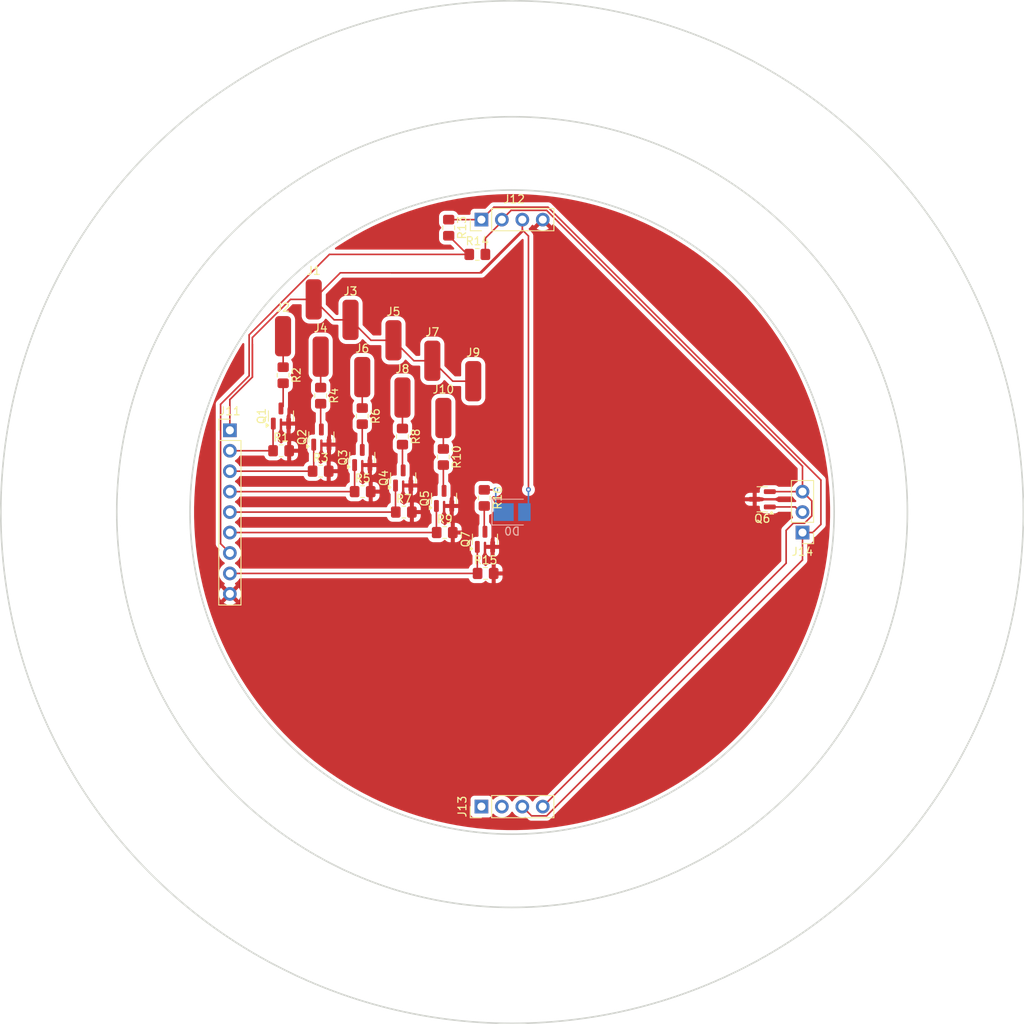
<source format=kicad_pcb>
(kicad_pcb (version 20241229) (generator "pcbnew") (generator_version "9.0")
  (layers (0 "F.Cu" signal) (2 "B.Cu" signal) (13 "F.Paste" user) (15 "B.Paste" user) (5 "F.SilkS" user "F.Silkscreen") (7 "B.SilkS" user "B.Silkscreen") (1 "F.Mask" user) (3 "B.Mask" user) (25 "Edge.Cuts" user))
  (net 0 "")
  (net 1 "+5V")
  (net 2 "Net-(D0-K)")
  (net 3 "Net-(J2-Pin_1)")
  (net 4 "Net-(J4-Pin_1)")
  (net 5 "Net-(J6-Pin_1)")
  (net 6 "Net-(J8-Pin_1)")
  (net 7 "Net-(J10-Pin_1)")
  (net 8 "GND")
  (net 9 "Net-(Q1-D)")
  (net 10 "LED1")
  (net 11 "Net-(Q2-D)")
  (net 12 "LED2")
  (net 13 "Net-(Q3-D)")
  (net 14 "LED3")
  (net 15 "Net-(Q4-D)")
  (net 16 "LED4")
  (net 17 "Net-(Q5-D)")
  (net 18 "LED5")
  (net 19 "LED0")
  (net 20 "Net-(Q7-D)")
  (net 21 "Net-(J11-Pin_7)")
  (net 22 "boost out +5V")
  (net 23 "boost out GND")
  (net 24 "LiPo +")
  (net 25 "LiPo -")
  (net 26 "Net-(J14-Pin_2)")
  (footprint "Resistor_SMD:R_0805_2012Metric_Pad1.20x1.40mm_HandSolder" (layer "F.Cu") (at 113.554 101.6)
    (property "Reference" "R7" (at 0 -1.65 0) (layer "F.SilkS"))
    (property "Value" "10k")
    (fp_line (start -0.227064 -0.735) (end 0.227064 -0.735) (stroke (width 0.12)) (layer "F.SilkS"))
    (fp_line (start -0.227064 0.735) (end 0.227064 0.735) (stroke (width 0.12)) (layer "F.SilkS"))
    (pad "1" smd roundrect (at -1 0) (size 1.2 1.4) (layers "F.Cu" "F.Mask" "F.Paste") (roundrect_rratio 0.208333) (net 16 "LED4"))
    (pad "2" smd roundrect (at 1 0) (size 1.2 1.4) (layers "F.Cu" "F.Mask" "F.Paste") (roundrect_rratio 0.208333) (net 23 "boost out GND"))
  )
  (footprint "Connector_PinHeader_2.54mm:PinHeader_1x04_P2.54mm_Vertical" (layer "F.Cu") (at 123.19 138.176 90)
    (property "Reference" "J13" (at 0 -2.38 90) (layer "F.SilkS"))
    (property "Value" "TP4056")
    (fp_line (start -1.38 -1.38) (end 0 -1.38) (stroke (width 0.12)) (layer "F.SilkS"))
    (fp_line (start -1.38 0) (end -1.38 -1.38) (stroke (width 0.12)) (layer "F.SilkS"))
    (fp_line (start 1.38 1.27) (end 1.38 9) (stroke (width 0.12)) (layer "F.SilkS"))
    (fp_line (start -1.38 1.27) (end 1.38 1.27) (stroke (width 0.12)) (layer "F.SilkS"))
    (fp_line (start -1.38 1.27) (end -1.38 9) (stroke (width 0.12)) (layer "F.SilkS"))
    (fp_line (start -1.38 9) (end 1.38 9) (stroke (width 0.12)) (layer "F.SilkS"))
    (pad "1" thru_hole rect (at 0 0 90) (size 1.7 1.7) (drill 1) (layers "*.Cu" "*.Mask") (net 1 "+5V"))
    (pad "2" thru_hole circle (at 0 2.54 90) (size 1.7 1.7) (drill 1) (layers "*.Cu" "*.Mask") (net 8 "GND"))
    (pad "3" thru_hole circle (at 0 5.08 90) (size 1.7 1.7) (drill 1) (layers "*.Cu" "*.Mask") (net 24 "LiPo +"))
    (pad "4" thru_hole circle (at 0 7.62 90) (size 1.7 1.7) (drill 1) (layers "*.Cu" "*.Mask") (net 25 "LiPo -"))
  )
  (footprint "Library:SolderWirePad_1x01_SMD_2x5mm" (layer "F.Cu") (at 112.268 80.264)
    (property "Reference" "J5" (at 0 -3.556 0) (layer "F.SilkS"))
    (property "Value" "Conn_01x01_Socket")
    (pad "1" smd roundrect (at 0 0) (size 2 5) (layers "F.Cu" "F.Mask" "F.Paste") (net 22 "boost out +5V"))
  )
  (footprint "Library:SolderWirePad_1x01_SMD_2x5mm" (layer "F.Cu") (at 113.3845 87.376)
    (property "Reference" "J8" (at 0 -3.556 0) (layer "F.SilkS"))
    (property "Value" "Conn_01x01_Socket")
    (pad "1" smd roundrect (at 0 0) (size 2 5) (layers "F.Cu" "F.Mask" "F.Paste") (net 6 "Net-(J8-Pin_1)"))
  )
  (footprint "Resistor_SMD:R_0805_2012Metric_Pad1.20x1.40mm_HandSolder" (layer "F.Cu") (at 123.714 109.22)
    (property "Reference" "R15" (at 0 -1.65 0) (layer "F.SilkS"))
    (property "Value" "10k")
    (fp_line (start -0.227064 -0.735) (end 0.227064 -0.735) (stroke (width 0.12)) (layer "F.SilkS"))
    (fp_line (start -0.227064 0.735) (end 0.227064 0.735) (stroke (width 0.12)) (layer "F.SilkS"))
    (pad "1" smd roundrect (at -1 0) (size 1.2 1.4) (layers "F.Cu" "F.Mask" "F.Paste") (roundrect_rratio 0.208333) (net 19 "LED0"))
    (pad "2" smd roundrect (at 1 0) (size 1.2 1.4) (layers "F.Cu" "F.Mask" "F.Paste") (roundrect_rratio 0.208333) (net 23 "boost out GND"))
  )
  (footprint "Resistor_SMD:R_0805_2012Metric_Pad1.20x1.40mm_HandSolder" (layer "F.Cu") (at 98.314 93.9815)
    (property "Reference" "R1" (at 0 -1.65 0) (layer "F.SilkS"))
    (property "Value" "10k")
    (fp_line (start -0.227064 -0.735) (end 0.227064 -0.735) (stroke (width 0.12)) (layer "F.SilkS"))
    (fp_line (start -0.227064 0.735) (end 0.227064 0.735) (stroke (width 0.12)) (layer "F.SilkS"))
    (pad "1" smd roundrect (at -1 0) (size 1.2 1.4) (layers "F.Cu" "F.Mask" "F.Paste") (roundrect_rratio 0.208333) (net 10 "LED1"))
    (pad "2" smd roundrect (at 1 0) (size 1.2 1.4) (layers "F.Cu" "F.Mask" "F.Paste") (roundrect_rratio 0.208333) (net 23 "boost out GND"))
  )
  (footprint "Resistor_SMD:R_0805_2012Metric_Pad1.20x1.40mm_HandSolder" (layer "F.Cu") (at 103.2245 87.138 -90)
    (property "Reference" "R4" (at 0 -1.65 90) (layer "F.SilkS"))
    (property "Value" "47")
    (fp_line (start -0.227064 0.735) (end 0.227064 0.735) (stroke (width 0.12)) (layer "F.SilkS"))
    (fp_line (start -0.227064 -0.735) (end 0.227064 -0.735) (stroke (width 0.12)) (layer "F.SilkS"))
    (pad "1" smd roundrect (at -1 0 270) (size 1.2 1.4) (layers "F.Cu" "F.Mask" "F.Paste") (roundrect_rratio 0.208333) (net 4 "Net-(J4-Pin_1)"))
    (pad "2" smd roundrect (at 1 0 270) (size 1.2 1.4) (layers "F.Cu" "F.Mask" "F.Paste") (roundrect_rratio 0.208333) (net 11 "Net-(Q2-D)"))
  )
  (footprint "Resistor_SMD:R_0805_2012Metric_Pad1.20x1.40mm_HandSolder" (layer "F.Cu") (at 118.634 104.14)
    (property "Reference" "R9" (at 0 -1.65 0) (layer "F.SilkS"))
    (property "Value" "10k")
    (fp_line (start -0.227064 -0.735) (end 0.227064 -0.735) (stroke (width 0.12)) (layer "F.SilkS"))
    (fp_line (start -0.227064 0.735) (end 0.227064 0.735) (stroke (width 0.12)) (layer "F.SilkS"))
    (pad "1" smd roundrect (at -1 0) (size 1.2 1.4) (layers "F.Cu" "F.Mask" "F.Paste") (roundrect_rratio 0.208333) (net 18 "LED5"))
    (pad "2" smd roundrect (at 1 0) (size 1.2 1.4) (layers "F.Cu" "F.Mask" "F.Paste") (roundrect_rratio 0.208333) (net 23 "boost out GND"))
  )
  (footprint "Library:SolderWirePad_1x01_SMD_2x5mm" (layer "F.Cu") (at 103.2245 82.296)
    (property "Reference" "J4" (at 0 -3.556 0) (layer "F.SilkS"))
    (property "Value" "Conn_01x01_Socket")
    (pad "1" smd roundrect (at 0 0) (size 2 5) (layers "F.Cu" "F.Mask" "F.Paste") (net 4 "Net-(J4-Pin_1)"))
  )
  (footprint "Resistor_SMD:R_0805_2012Metric_Pad1.20x1.40mm_HandSolder" (layer "F.Cu") (at 98.568 84.5995 -90)
    (property "Reference" "R2" (at 0 -1.65 90) (layer "F.SilkS"))
    (property "Value" "47")
    (fp_line (start -0.227064 0.735) (end 0.227064 0.735) (stroke (width 0.12)) (layer "F.SilkS"))
    (fp_line (start -0.227064 -0.735) (end 0.227064 -0.735) (stroke (width 0.12)) (layer "F.SilkS"))
    (pad "1" smd roundrect (at -1 0 270) (size 1.2 1.4) (layers "F.Cu" "F.Mask" "F.Paste") (roundrect_rratio 0.208333) (net 3 "Net-(J2-Pin_1)"))
    (pad "2" smd roundrect (at 1 0 270) (size 1.2 1.4) (layers "F.Cu" "F.Mask" "F.Paste") (roundrect_rratio 0.208333) (net 9 "Net-(Q1-D)"))
  )
  (footprint "Library:SolderWirePad_1x01_SMD_2x5mm" (layer "F.Cu") (at 118.4645 89.916)
    (property "Reference" "J10" (at 0 -3.556 0) (layer "F.SilkS"))
    (property "Value" "Conn_01x01_Socket")
    (pad "1" smd roundrect (at 0 0) (size 2 5) (layers "F.Cu" "F.Mask" "F.Paste") (net 7 "Net-(J10-Pin_1)"))
  )
  (footprint "Resistor_SMD:R_0805_2012Metric_Pad1.20x1.40mm_HandSolder" (layer "F.Cu") (at 113.3845 92.218 -90)
    (property "Reference" "R8" (at 0 -1.65 90) (layer "F.SilkS"))
    (property "Value" "47")
    (fp_line (start -0.227064 0.735) (end 0.227064 0.735) (stroke (width 0.12)) (layer "F.SilkS"))
    (fp_line (start -0.227064 -0.735) (end 0.227064 -0.735) (stroke (width 0.12)) (layer "F.SilkS"))
    (pad "1" smd roundrect (at -1 0 270) (size 1.2 1.4) (layers "F.Cu" "F.Mask" "F.Paste") (roundrect_rratio 0.208333) (net 6 "Net-(J8-Pin_1)"))
    (pad "2" smd roundrect (at 1 0 270) (size 1.2 1.4) (layers "F.Cu" "F.Mask" "F.Paste") (roundrect_rratio 0.208333) (net 15 "Net-(Q4-D)"))
  )
  (footprint "Package_TO_SOT_SMD:SOT-23" (layer "F.Cu") (at 108.392 94.8205 90)
    (property "Reference" "Q3" (at 0 -2.4 90) (layer "F.SilkS"))
    (property "Value" "Q_NMOS_GSD")
    (fp_line (start 0 -1.56) (end 0.65 -1.56) (stroke (width 0.12)) (layer "F.SilkS"))
    (fp_line (start 0 -1.56) (end -0.65 -1.56) (stroke (width 0.12)) (layer "F.SilkS"))
    (fp_line (start 0 1.56) (end 0.65 1.56) (stroke (width 0.12)) (layer "F.SilkS"))
    (fp_line (start 0 1.56) (end -0.65 1.56) (stroke (width 0.12)) (layer "F.SilkS"))
    (fp_poly (pts (xy -1.1625 -1.51) (xy -1.4025 -1.84) (xy -0.9225 -1.84)) (stroke (width 0.12)) (fill yes) (layer "F.SilkS"))
    (pad "1" smd roundrect (at -0.9375 -0.95 90) (size 1.475 0.6) (layers "F.Cu" "F.Mask" "F.Paste") (net 14 "LED3"))
    (pad "2" smd roundrect (at -0.9375 0.95 90) (size 1.475 0.6) (layers "F.Cu" "F.Mask" "F.Paste") (net 23 "boost out GND"))
    (pad "3" smd roundrect (at 0.9375 0 90) (size 1.475 0.6) (layers "F.Cu" "F.Mask" "F.Paste") (net 13 "Net-(Q3-D)"))
  )
  (footprint "Resistor_SMD:R_0805_2012Metric_Pad1.20x1.40mm_HandSolder" (layer "F.Cu") (at 108.442 99.06)
    (property "Reference" "R5" (at 0 -1.65 0) (layer "F.SilkS"))
    (property "Value" "10k")
    (fp_line (start -0.227064 -0.735) (end 0.227064 -0.735) (stroke (width 0.12)) (layer "F.SilkS"))
    (fp_line (start -0.227064 0.735) (end 0.227064 0.735) (stroke (width 0.12)) (layer "F.SilkS"))
    (pad "1" smd roundrect (at -1 0) (size 1.2 1.4) (layers "F.Cu" "F.Mask" "F.Paste") (roundrect_rratio 0.208333) (net 14 "LED3"))
    (pad "2" smd roundrect (at 1 0) (size 1.2 1.4) (layers "F.Cu" "F.Mask" "F.Paste") (roundrect_rratio 0.208333) (net 23 "boost out GND"))
  )
  (footprint "Resistor_SMD:R_0805_2012Metric_Pad1.20x1.40mm_HandSolder" (layer "F.Cu") (at 119.126 66.278 -90)
    (property "Reference" "R13" (at 0 -1.65 90) (layer "F.SilkS"))
    (property "Value" "33k")
    (fp_line (start -0.227064 0.735) (end 0.227064 0.735) (stroke (width 0.12)) (layer "F.SilkS"))
    (fp_line (start -0.227064 -0.735) (end 0.227064 -0.735) (stroke (width 0.12)) (layer "F.SilkS"))
    (pad "1" smd roundrect (at -1 0 270) (size 1.2 1.4) (layers "F.Cu" "F.Mask" "F.Paste") (roundrect_rratio 0.208333) (net 24 "LiPo +"))
    (pad "2" smd roundrect (at 1 0 270) (size 1.2 1.4) (layers "F.Cu" "F.Mask" "F.Paste") (roundrect_rratio 0.208333) (net 21 "Net-(J11-Pin_7)"))
  )
  (footprint "Resistor_SMD:R_0805_2012Metric_Pad1.20x1.40mm_HandSolder" (layer "F.Cu") (at 123.5445 99.838 -90)
    (property "Reference" "R16" (at 0 -1.65 90) (layer "F.SilkS"))
    (property "Value" "R")
    (fp_line (start -0.227064 0.735) (end 0.227064 0.735) (stroke (width 0.12)) (layer "F.SilkS"))
    (fp_line (start -0.227064 -0.735) (end 0.227064 -0.735) (stroke (width 0.12)) (layer "F.SilkS"))
    (pad "1" smd roundrect (at -1 0 270) (size 1.2 1.4) (layers "F.Cu" "F.Mask" "F.Paste") (roundrect_rratio 0.208333) (net 2 "Net-(D0-K)"))
    (pad "2" smd roundrect (at 1 0 270) (size 1.2 1.4) (layers "F.Cu" "F.Mask" "F.Paste") (roundrect_rratio 0.208333) (net 20 "Net-(Q7-D)"))
  )
  (footprint "Connector_PinHeader_2.54mm:PinHeader_1x09_P2.54mm_Vertical" (layer "F.Cu") (at 91.948 91.44)
    (property "Reference" "J11" (at 0 -2.38 0) (layer "F.SilkS"))
    (property "Value" "ESP C3 mini")
    (fp_line (start -1.38 -1.38) (end 0 -1.38) (stroke (width 0.12)) (layer "F.SilkS"))
    (fp_line (start -1.38 0) (end -1.38 -1.38) (stroke (width 0.12)) (layer "F.SilkS"))
    (fp_line (start -1.38 1.27) (end -1.38 21.7) (stroke (width 0.12)) (layer "F.SilkS"))
    (fp_line (start -1.38 1.27) (end 1.38 1.27) (stroke (width 0.12)) (layer "F.SilkS"))
    (fp_line (start -1.38 21.7) (end 1.38 21.7) (stroke (width 0.12)) (layer "F.SilkS"))
    (fp_line (start 1.38 1.27) (end 1.38 21.7) (stroke (width 0.12)) (layer "F.SilkS"))
    (pad "1" thru_hole rect (at 0 0) (size 1.7 1.7) (drill 1) (layers "*.Cu" "*.Mask") (net 22 "boost out +5V"))
    (pad "2" thru_hole circle (at 0 2.54) (size 1.7 1.7) (drill 1) (layers "*.Cu" "*.Mask") (net 10 "LED1"))
    (pad "3" thru_hole circle (at 0 5.08) (size 1.7 1.7) (drill 1) (layers "*.Cu" "*.Mask") (net 12 "LED2"))
    (pad "4" thru_hole circle (at 0 7.62) (size 1.7 1.7) (drill 1) (layers "*.Cu" "*.Mask") (net 14 "LED3"))
    (pad "5" thru_hole circle (at 0 10.16) (size 1.7 1.7) (drill 1) (layers "*.Cu" "*.Mask") (net 16 "LED4"))
    (pad "6" thru_hole circle (at 0 12.7) (size 1.7 1.7) (drill 1) (layers "*.Cu" "*.Mask") (net 18 "LED5"))
    (pad "7" thru_hole circle (at 0 15.24) (size 1.7 1.7) (drill 1) (layers "*.Cu" "*.Mask") (net 21 "Net-(J11-Pin_7)"))
    (pad "8" thru_hole circle (at 0 17.78) (size 1.7 1.7) (drill 1) (layers "*.Cu" "*.Mask") (net 19 "LED0"))
    (pad "9" thru_hole circle (at 0 20.32) (size 1.7 1.7) (drill 1) (layers "*.Cu" "*.Mask") (net 23 "boost out GND"))
  )
  (footprint "Library:SolderWirePad_1x01_SMD_2x5mm" (layer "F.Cu") (at 102.362 75.184)
    (property "Reference" "J1" (at 0 -3.556 0) (layer "F.SilkS"))
    (property "Value" "Conn_01x01_Socket")
    (pad "1" smd roundrect (at 0 0) (size 2 5) (layers "F.Cu" "F.Mask" "F.Paste") (net 22 "boost out +5V"))
  )
  (footprint "Package_TO_SOT_SMD:SOT-23" (layer "F.Cu") (at 113.472 97.3605 90)
    (property "Reference" "Q4" (at 0 -2.4 90) (layer "F.SilkS"))
    (property "Value" "Q_NMOS_GSD")
    (fp_line (start 0 -1.56) (end 0.65 -1.56) (stroke (width 0.12)) (layer "F.SilkS"))
    (fp_line (start 0 -1.56) (end -0.65 -1.56) (stroke (width 0.12)) (layer "F.SilkS"))
    (fp_line (start 0 1.56) (end 0.65 1.56) (stroke (width 0.12)) (layer "F.SilkS"))
    (fp_line (start 0 1.56) (end -0.65 1.56) (stroke (width 0.12)) (layer "F.SilkS"))
    (fp_poly (pts (xy -1.1625 -1.51) (xy -1.4025 -1.84) (xy -0.9225 -1.84)) (stroke (width 0.12)) (fill yes) (layer "F.SilkS"))
    (pad "1" smd roundrect (at -0.9375 -0.95 90) (size 1.475 0.6) (layers "F.Cu" "F.Mask" "F.Paste") (net 16 "LED4"))
    (pad "2" smd roundrect (at -0.9375 0.95 90) (size 1.475 0.6) (layers "F.Cu" "F.Mask" "F.Paste") (net 23 "boost out GND"))
    (pad "3" smd roundrect (at 0.9375 0 90) (size 1.475 0.6) (layers "F.Cu" "F.Mask" "F.Paste") (net 15 "Net-(Q4-D)"))
  )
  (footprint "Resistor_SMD:R_0805_2012Metric_Pad1.20x1.40mm_HandSolder" (layer "F.Cu") (at 122.682 69.596)
    (property "Reference" "R14" (at 0 -1.65 0) (layer "F.SilkS"))
    (property "Value" "10k")
    (fp_line (start -0.227064 -0.735) (end 0.227064 -0.735) (stroke (width 0.12)) (layer "F.SilkS"))
    (fp_line (start -0.227064 0.735) (end 0.227064 0.735) (stroke (width 0.12)) (layer "F.SilkS"))
    (pad "1" smd roundrect (at -1 0) (size 1.2 1.4) (layers "F.Cu" "F.Mask" "F.Paste") (roundrect_rratio 0.208333) (net 21 "Net-(J11-Pin_7)"))
    (pad "2" smd roundrect (at 1 0) (size 1.2 1.4) (layers "F.Cu" "F.Mask" "F.Paste") (roundrect_rratio 0.208333) (net 25 "LiPo -"))
  )
  (footprint "Connector_PinHeader_2.54mm:PinHeader_1x04_P2.54mm_Vertical" (layer "F.Cu") (at 123.19 65.278 90)
    (property "Reference" "J12" (at 2.54 4.064 180) (layer "F.SilkS"))
    (property "Value" "Boost")
    (fp_line (start -1.38 -1.38) (end 0 -1.38) (stroke (width 0.12)) (layer "F.SilkS"))
    (fp_line (start -1.38 0) (end -1.38 -1.38) (stroke (width 0.12)) (layer "F.SilkS"))
    (fp_line (start 1.38 1.27) (end 1.38 9) (stroke (width 0.12)) (layer "F.SilkS"))
    (fp_line (start -1.38 1.27) (end 1.38 1.27) (stroke (width 0.12)) (layer "F.SilkS"))
    (fp_line (start -1.38 1.27) (end -1.38 9) (stroke (width 0.12)) (layer "F.SilkS"))
    (fp_line (start -1.38 9) (end 1.38 9) (stroke (width 0.12)) (layer "F.SilkS"))
    (pad "1" thru_hole rect (at 0 0 90) (size 1.7 1.7) (drill 1) (layers "*.Cu" "*.Mask") (net 24 "LiPo +"))
    (pad "2" thru_hole circle (at 0 2.54 90) (size 1.7 1.7) (drill 1) (layers "*.Cu" "*.Mask") (net 25 "LiPo -"))
    (pad "3" thru_hole circle (at 0 5.08 90) (size 1.7 1.7) (drill 1) (layers "*.Cu" "*.Mask") (net 22 "boost out +5V"))
    (pad "4" thru_hole circle (at 0 7.62 90) (size 1.7 1.7) (drill 1) (layers "*.Cu" "*.Mask") (net 23 "boost out GND"))
  )
  (footprint "Library:SolderWirePad_1x01_SMD_2x5mm" (layer "F.Cu") (at 122.174 85.344)
    (property "Reference" "J9" (at 0 -3.556 0) (layer "F.SilkS"))
    (property "Value" "Conn_01x01_Socket")
    (pad "1" smd roundrect (at 0 0) (size 2 5) (layers "F.Cu" "F.Mask" "F.Paste") (net 22 "boost out +5V"))
  )
  (footprint "Resistor_SMD:R_0805_2012Metric_Pad1.20x1.40mm_HandSolder" (layer "F.Cu") (at 103.2245 96.52)
    (property "Reference" "R3" (at 0 -1.65 0) (layer "F.SilkS"))
    (property "Value" "10k")
    (fp_line (start -0.227064 -0.735) (end 0.227064 -0.735) (stroke (width 0.12)) (layer "F.SilkS"))
    (fp_line (start -0.227064 0.735) (end 0.227064 0.735) (stroke (width 0.12)) (layer "F.SilkS"))
    (pad "1" smd roundrect (at -1 0) (size 1.2 1.4) (layers "F.Cu" "F.Mask" "F.Paste") (roundrect_rratio 0.208333) (net 12 "LED2"))
    (pad "2" smd roundrect (at 1 0) (size 1.2 1.4) (layers "F.Cu" "F.Mask" "F.Paste") (roundrect_rratio 0.208333) (net 23 "boost out GND"))
  )
  (footprint "Connector_PinHeader_2.54mm:PinHeader_1x03_P2.54mm_Vertical" (layer "F.Cu") (at 163.068 104.14 180)
    (property "Reference" "J14" (at 0 -2.38 0) (layer "F.SilkS"))
    (property "Value" "touch")
    (fp_line (start 1.38 1.27) (end 1.38 6.46) (stroke (width 0.12)) (layer "F.SilkS"))
    (fp_line (start -1.38 6.46) (end 1.38 6.46) (stroke (width 0.12)) (layer "F.SilkS"))
    (fp_line (start -1.38 1.27) (end 1.38 1.27) (stroke (width 0.12)) (layer "F.SilkS"))
    (fp_line (start -1.38 1.27) (end -1.38 6.46) (stroke (width 0.12)) (layer "F.SilkS"))
    (fp_line (start -1.38 0) (end -1.38 -1.38) (stroke (width 0.12)) (layer "F.SilkS"))
    (fp_line (start -1.38 -1.38) (end 0 -1.38) (stroke (width 0.12)) (layer "F.SilkS"))
    (pad "1" thru_hole rect (at 0 0 180) (size 1.7 1.7) (drill 1) (layers "*.Cu" "*.Mask") (net 24 "LiPo +"))
    (pad "2" thru_hole circle (at 0 2.54 180) (size 1.7 1.7) (drill 1) (layers "*.Cu" "*.Mask") (net 26 "Net-(J14-Pin_2)"))
    (pad "3" thru_hole circle (at 0 5.08 180) (size 1.7 1.7) (drill 1) (layers "*.Cu" "*.Mask") (net 25 "LiPo -"))
  )
  (footprint "Package_TO_SOT_SMD:SOT-23" (layer "F.Cu") (at 118.552 99.9005 90)
    (property "Reference" "Q5" (at 0 -2.4 90) (layer "F.SilkS"))
    (property "Value" "Q_NMOS_GSD")
    (fp_line (start 0 -1.56) (end 0.65 -1.56) (stroke (width 0.12)) (layer "F.SilkS"))
    (fp_line (start 0 -1.56) (end -0.65 -1.56) (stroke (width 0.12)) (layer "F.SilkS"))
    (fp_line (start 0 1.56) (end 0.65 1.56) (stroke (width 0.12)) (layer "F.SilkS"))
    (fp_line (start 0 1.56) (end -0.65 1.56) (stroke (width 0.12)) (layer "F.SilkS"))
    (fp_poly (pts (xy -1.1625 -1.51) (xy -1.4025 -1.84) (xy -0.9225 -1.84)) (stroke (width 0.12)) (fill yes) (layer "F.SilkS"))
    (pad "1" smd roundrect (at -0.9375 -0.95 90) (size 1.475 0.6) (layers "F.Cu" "F.Mask" "F.Paste") (net 18 "LED5"))
    (pad "2" smd roundrect (at -0.9375 0.95 90) (size 1.475 0.6) (layers "F.Cu" "F.Mask" "F.Paste") (net 23 "boost out GND"))
    (pad "3" smd roundrect (at 0.9375 0 90) (size 1.475 0.6) (layers "F.Cu" "F.Mask" "F.Paste") (net 17 "Net-(Q5-D)"))
  )
  (footprint "Resistor_SMD:R_0805_2012Metric_Pad1.20x1.40mm_HandSolder" (layer "F.Cu") (at 118.4645 94.758 -90)
    (property "Reference" "R10" (at 0 -1.65 90) (layer "F.SilkS"))
    (property "Value" "47")
    (fp_line (start -0.227064 0.735) (end 0.227064 0.735) (stroke (width 0.12)) (layer "F.SilkS"))
    (fp_line (start -0.227064 -0.735) (end 0.227064 -0.735) (stroke (width 0.12)) (layer "F.SilkS"))
    (pad "1" smd roundrect (at -1 0 270) (size 1.2 1.4) (layers "F.Cu" "F.Mask" "F.Paste") (roundrect_rratio 0.208333) (net 7 "Net-(J10-Pin_1)"))
    (pad "2" smd roundrect (at 1 0 270) (size 1.2 1.4) (layers "F.Cu" "F.Mask" "F.Paste") (roundrect_rratio 0.208333) (net 17 "Net-(Q5-D)"))
  )
  (footprint "Package_TO_SOT_SMD:SOT-23" (layer "F.Cu") (at 158.0665 100.01 180)
    (property "Reference" "Q6" (at 0 -2.4 0) (layer "F.SilkS"))
    (property "Value" "Q_NMOS_GSD")
    (fp_line (start 0 1.56) (end 0.65 1.56) (stroke (width 0.12)) (layer "F.SilkS"))
    (fp_line (start 0 1.56) (end -0.65 1.56) (stroke (width 0.12)) (layer "F.SilkS"))
    (fp_line (start 0 -1.56) (end 0.65 -1.56) (stroke (width 0.12)) (layer "F.SilkS"))
    (fp_line (start 0 -1.56) (end -0.65 -1.56) (stroke (width 0.12)) (layer "F.SilkS"))
    (fp_poly (pts (xy -1.1625 -1.51) (xy -1.4025 -1.84) (xy -0.9225 -1.84)) (stroke (width 0.12)) (fill yes) (layer "F.SilkS"))
    (pad "1" smd roundrect (at -0.9375 -0.95 180) (size 1.475 0.6) (layers "F.Cu" "F.Mask" "F.Paste") (net 26 "Net-(J14-Pin_2)"))
    (pad "2" smd roundrect (at -0.9375 0.95 180) (size 1.475 0.6) (layers "F.Cu" "F.Mask" "F.Paste") (net 25 "LiPo -"))
    (pad "3" smd roundrect (at 0.9375 0 180) (size 1.475 0.6) (layers "F.Cu" "F.Mask" "F.Paste") (net 23 "boost out GND"))
  )
  (footprint "Library:SolderWirePad_1x01_SMD_2x5mm" (layer "F.Cu") (at 98.552 79.756)
    (property "Reference" "J2" (at 0 -3.556 0) (layer "F.SilkS"))
    (property "Value" "Conn_01x01_Socket")
    (pad "1" smd roundrect (at 0 0) (size 2 5) (layers "F.Cu" "F.Mask" "F.Paste") (net 3 "Net-(J2-Pin_1)"))
  )
  (footprint "Resistor_SMD:R_0805_2012Metric_Pad1.20x1.40mm_HandSolder" (layer "F.Cu") (at 108.392 89.678 -90)
    (property "Reference" "R6" (at 0 -1.65 90) (layer "F.SilkS"))
    (property "Value" "47")
    (fp_line (start -0.227064 0.735) (end 0.227064 0.735) (stroke (width 0.12)) (layer "F.SilkS"))
    (fp_line (start -0.227064 -0.735) (end 0.227064 -0.735) (stroke (width 0.12)) (layer "F.SilkS"))
    (pad "1" smd roundrect (at -1 0 270) (size 1.2 1.4) (layers "F.Cu" "F.Mask" "F.Paste") (roundrect_rratio 0.208333) (net 5 "Net-(J6-Pin_1)"))
    (pad "2" smd roundrect (at 1 0 270) (size 1.2 1.4) (layers "F.Cu" "F.Mask" "F.Paste") (roundrect_rratio 0.208333) (net 13 "Net-(Q3-D)"))
  )
  (footprint "Package_TO_SOT_SMD:SOT-23" (layer "F.Cu") (at 98.294 89.6705 90)
    (property "Reference" "Q1" (at 0 -2.4 90) (layer "F.SilkS"))
    (property "Value" "Q_NMOS_GSD")
    (fp_line (start 0 -1.56) (end 0.65 -1.56) (stroke (width 0.12)) (layer "F.SilkS"))
    (fp_line (start 0 -1.56) (end -0.65 -1.56) (stroke (width 0.12)) (layer "F.SilkS"))
    (fp_line (start 0 1.56) (end 0.65 1.56) (stroke (width 0.12)) (layer "F.SilkS"))
    (fp_line (start 0 1.56) (end -0.65 1.56) (stroke (width 0.12)) (layer "F.SilkS"))
    (fp_poly (pts (xy -1.1625 -1.51) (xy -1.4025 -1.84) (xy -0.9225 -1.84)) (stroke (width 0.12)) (fill yes) (layer "F.SilkS"))
    (pad "1" smd roundrect (at -0.9375 -0.95 90) (size 1.475 0.6) (layers "F.Cu" "F.Mask" "F.Paste") (net 10 "LED1"))
    (pad "2" smd roundrect (at -0.9375 0.95 90) (size 1.475 0.6) (layers "F.Cu" "F.Mask" "F.Paste") (net 23 "boost out GND"))
    (pad "3" smd roundrect (at 0.9375 0 90) (size 1.475 0.6) (layers "F.Cu" "F.Mask" "F.Paste") (net 9 "Net-(Q1-D)"))
  )
  (footprint "Library:SolderWirePad_1x01_SMD_2x5mm" (layer "F.Cu") (at 108.392 84.836)
    (property "Reference" "J6" (at 0 -3.556 0) (layer "F.SilkS"))
    (property "Value" "Conn_01x01_Socket")
    (pad "1" smd roundrect (at 0 0) (size 2 5) (layers "F.Cu" "F.Mask" "F.Paste") (net 5 "Net-(J6-Pin_1)"))
  )
  (footprint "Package_TO_SOT_SMD:SOT-23" (layer "F.Cu") (at 103.312 92.2805 90)
    (property "Reference" "Q2" (at 0 -2.4 90) (layer "F.SilkS"))
    (property "Value" "Q_NMOS_GSD")
    (fp_line (start 0 -1.56) (end 0.65 -1.56) (stroke (width 0.12)) (layer "F.SilkS"))
    (fp_line (start 0 -1.56) (end -0.65 -1.56) (stroke (width 0.12)) (layer "F.SilkS"))
    (fp_line (start 0 1.56) (end 0.65 1.56) (stroke (width 0.12)) (layer "F.SilkS"))
    (fp_line (start 0 1.56) (end -0.65 1.56) (stroke (width 0.12)) (layer "F.SilkS"))
    (fp_poly (pts (xy -1.1625 -1.51) (xy -1.4025 -1.84) (xy -0.9225 -1.84)) (stroke (width 0.12)) (fill yes) (layer "F.SilkS"))
    (pad "1" smd roundrect (at -0.9375 -0.95 90) (size 1.475 0.6) (layers "F.Cu" "F.Mask" "F.Paste") (net 12 "LED2"))
    (pad "2" smd roundrect (at -0.9375 0.95 90) (size 1.475 0.6) (layers "F.Cu" "F.Mask" "F.Paste") (net 23 "boost out GND"))
    (pad "3" smd roundrect (at 0.9375 0 90) (size 1.475 0.6) (layers "F.Cu" "F.Mask" "F.Paste") (net 11 "Net-(Q2-D)"))
  )
  (footprint "Library:SolderWirePad_1x01_SMD_2x5mm" (layer "F.Cu") (at 106.934 77.724)
    (property "Reference" "J3" (at 0 -3.556 0) (layer "F.SilkS"))
    (property "Value" "Conn_01x01_Socket")
    (pad "1" smd roundrect (at 0 0) (size 2 5) (layers "F.Cu" "F.Mask" "F.Paste") (net 22 "boost out +5V"))
  )
  (footprint "Package_TO_SOT_SMD:SOT-23" (layer "F.Cu") (at 123.632 104.9805 90)
    (property "Reference" "Q7" (at 0 -2.4 90) (layer "F.SilkS"))
    (property "Value" "Q_NMOS_GSD")
    (fp_line (start 0 -1.56) (end 0.65 -1.56) (stroke (width 0.12)) (layer "F.SilkS"))
    (fp_line (start 0 -1.56) (end -0.65 -1.56) (stroke (width 0.12)) (layer "F.SilkS"))
    (fp_line (start 0 1.56) (end 0.65 1.56) (stroke (width 0.12)) (layer "F.SilkS"))
    (fp_line (start 0 1.56) (end -0.65 1.56) (stroke (width 0.12)) (layer "F.SilkS"))
    (fp_poly (pts (xy -1.1625 -1.51) (xy -1.4025 -1.84) (xy -0.9225 -1.84)) (stroke (width 0.12)) (fill yes) (layer "F.SilkS"))
    (pad "1" smd roundrect (at -0.9375 -0.95 90) (size 1.475 0.6) (layers "F.Cu" "F.Mask" "F.Paste") (net 19 "LED0"))
    (pad "2" smd roundrect (at -0.9375 0.95 90) (size 1.475 0.6) (layers "F.Cu" "F.Mask" "F.Paste") (net 23 "boost out GND"))
    (pad "3" smd roundrect (at 0.9375 0 90) (size 1.475 0.6) (layers "F.Cu" "F.Mask" "F.Paste") (net 20 "Net-(Q7-D)"))
  )
  (footprint "Library:SolderWirePad_1x01_SMD_2x5mm" (layer "F.Cu") (at 117.094 82.804)
    (property "Reference" "J7" (at 0 -3.556 0) (layer "F.SilkS"))
    (property "Value" "Conn_01x01_Socket")
    (pad "1" smd roundrect (at 0 0) (size 2 5) (layers "F.Cu" "F.Mask" "F.Paste") (net 22 "boost out +5V"))
  )
  (footprint "LED_SMD:LED_PLCC_2835_Handsoldering" (layer "B.Cu") (at 127 101.6)
    (property "Reference" "D0" (at 0 2.4 180) (layer "B.SilkS") (effects (justify mirror)))
    (property "Value" "LED")
    (fp_line (start -2.5 1.6) (end -2.5 -1.6) (stroke (width 0.12)) (layer "B.SilkS"))
    (fp_line (start 1.4 -1.6) (end -2.5 -1.6) (stroke (width 0.12)) (layer "B.SilkS"))
    (fp_line (start 1.4 1.6) (end -2.5 1.6) (stroke (width 0.12)) (layer "B.SilkS"))
    (pad "1" smd rect (at -1.05 0) (size 2.5 2.2) (layers "B.Cu" "B.Mask" "B.Paste") (net 2 "Net-(D0-K)"))
    (pad "2" smd rect (at 1.525 0) (size 1.55 2.2) (layers "B.Cu" "B.Mask" "B.Paste") (net 22 "boost out +5V"))
  )
  (gr_circle (center 127 101.6) (end 190.5 101.6) (stroke (width 0.2)) (fill no) (layer "Edge.Cuts"))
  (gr_circle (center 127 101.6) (end 176.1 101.6) (stroke (width 0.2)) (fill no) (layer "Edge.Cuts"))
  (gr_circle (center 127 101.6) (end 167 101.6) (stroke (width 0.2)) (fill no) (layer "Edge.Cuts"))
  (segment (start 123.5445 98.838) (end 124.968 98.838) (width 0.2) (layer "F.Cu") (net 2))
  (via (at 124.968 98.838) (size 0.6) (drill 0.3) (layers "F.Cu" "B.Cu") (net 2))
  (segment (start 124.968 100.618) (end 124.968 98.838) (width 0.2) (layer "B.Cu") (net 2))
  (segment (start 98.568 83.5995) (end 98.568 79.772) (width 0.2) (layer "F.Cu") (net 3))
  (segment (start 103.2245 82.296) (end 103.2245 86.138) (width 0.2) (layer "F.Cu") (net 4))
  (segment (start 108.392 84.836) (end 108.392 88.678) (width 0.2) (layer "F.Cu") (net 5))
  (segment (start 113.3845 87.376) (end 113.3845 91.218) (width 0.2) (layer "F.Cu") (net 6))
  (segment (start 118.4645 89.916) (end 118.4645 93.758) (width 0.2) (layer "F.Cu") (net 7))
  (segment (start 98.568 88.459) (end 98.294 88.733) (width 0.2) (layer "F.Cu") (net 9))
  (segment (start 98.568 85.5995) (end 98.568 88.459) (width 0.2) (layer "F.Cu") (net 9))
  (segment (start 97.314 93.9815) (end 91.9495 93.9815) (width 0.2) (layer "F.Cu") (net 10))
  (segment (start 97.314 93.9815) (end 97.314 90.638) (width 0.2) (layer "F.Cu") (net 10))
  (segment (start 103.2245 88.138) (end 103.2245 91.2555) (width 0.2) (layer "F.Cu") (net 11))
  (segment (start 102.2245 96.52) (end 91.948 96.52) (width 0.2) (layer "F.Cu") (net 12))
  (segment (start 102.362 93.218) (end 102.362 96.3825) (width 0.2) (layer "F.Cu") (net 12))
  (segment (start 108.392 90.678) (end 108.392 93.883) (width 0.2) (layer "F.Cu") (net 13))
  (segment (start 107.442 99.06) (end 91.948 99.06) (width 0.2) (layer "F.Cu") (net 14))
  (segment (start 107.442 95.758) (end 107.442 99.06) (width 0.2) (layer "F.Cu") (net 14))
  (segment (start 113.3845 93.218) (end 113.3845 96.3355) (width 0.2) (layer "F.Cu") (net 15))
  (segment (start 112.554 101.6) (end 91.948 101.6) (width 0.2) (layer "F.Cu") (net 16))
  (segment (start 112.522 98.298) (end 112.522 101.568) (width 0.2) (layer "F.Cu") (net 16))
  (segment (start 118.4645 95.758) (end 118.4645 98.8755) (width 0.2) (layer "F.Cu") (net 17))
  (segment (start 117.634 104.14) (end 91.948 104.14) (width 0.2) (layer "F.Cu") (net 18))
  (segment (start 117.602 100.838) (end 117.602 104.108) (width 0.2) (layer "F.Cu") (net 18))
  (segment (start 122.682 105.918) (end 122.682 109.188) (width 0.2) (layer "F.Cu") (net 19))
  (segment (start 122.714 109.22) (end 91.948 109.22) (width 0.2) (layer "F.Cu") (net 19))
  (segment (start 123.5445 100.838) (end 123.5445 103.9555) (width 0.2) (layer "F.Cu") (net 20))
  (segment (start 90.797 105.529) (end 90.797 88.2139) (width 0.2) (layer "F.Cu") (net 21))
  (segment (start 104.309942 69.596) (end 97.251054 76.654888) (width 0.2) (layer "F.Cu") (net 21))
  (segment (start 121.444 69.596) (end 119.126 67.278) (width 0.2) (layer "F.Cu") (net 21))
  (segment (start 94.341 79.587108) (end 97.251054 76.677054) (width 0.2) (layer "F.Cu") (net 21))
  (segment (start 97.251054 76.654888) (end 97.251054 76.677054) (width 0.2) (layer "F.Cu") (net 21))
  (segment (start 90.797 88.2139) (end 94.341 84.6699) (width 0.2) (layer "F.Cu") (net 21))
  (segment (start 121.682 69.596) (end 104.309942 69.596) (width 0.2) (layer "F.Cu") (net 21))
  (segment (start 91.948 106.68) (end 90.797 105.529) (width 0.2) (layer "F.Cu") (net 21))
  (segment (start 94.341 84.6699) (end 94.341 79.587108) (width 0.2) (layer "F.Cu") (net 21))
  (segment (start 125.349 69.723) (end 123.19 71.882) (width 0.2) (layer "F.Cu") (net 22))
  (segment (start 94.742 80.772) (end 94.742 84.836) (width 0.2) (layer "F.Cu") (net 22))
  (segment (start 129.032 98.806) (end 129.032 67.31) (width 0.2) (layer "F.Cu") (net 22))
  (segment (start 125.349 69.723) (end 128.27 66.802) (width 0.2) (layer "F.Cu") (net 22))
  (segment (start 122.98216 71.882) (end 112.014 71.882) (width 0.2) (layer "F.Cu") (net 22))
  (segment (start 112.268 80.264) (end 114.808 82.804) (width 0.2) (layer "F.Cu") (net 22))
  (segment (start 94.742 84.836) (end 94.742 80.772) (width 0.2) (layer "F.Cu") (net 22))
  (segment (start 119.634 85.344) (end 122.174 85.344) (width 0.2) (layer "F.Cu") (net 22))
  (segment (start 102.362 75.184) (end 104.902 77.724) (width 0.2) (layer "F.Cu") (net 22))
  (segment (start 114.808 82.804) (end 117.094 82.804) (width 0.2) (layer "F.Cu") (net 22))
  (segment (start 128.27 65.278) (end 128.27 66.548) (width 0.2) (layer "F.Cu") (net 22))
  (segment (start 99.483942 75.184) (end 94.742 79.925942) (width 0.2) (layer "F.Cu") (net 22))
  (segment (start 104.902 77.724) (end 106.934 77.724) (width 0.2) (layer "F.Cu") (net 22))
  (segment (start 106.934 77.724) (end 109.474 80.264) (width 0.2) (layer "F.Cu") (net 22))
  (segment (start 102.362 75.184) (end 99.483942 75.184) (width 0.2) (layer "F.Cu") (net 22))
  (segment (start 117.094 82.804) (end 119.634 85.344) (width 0.2) (layer "F.Cu") (net 22))
  (segment (start 123.19 71.882) (end 112.014 71.882) (width 0.2) (layer "F.Cu") (net 22))
  (segment (start 105.664 71.882) (end 112.014 71.882) (width 0.2) (layer "F.Cu") (net 22))
  (segment (start 102.362 75.184) (end 105.664 71.882) (width 0.2) (layer "F.Cu") (net 22))
  (segment (start 91.948 87.63) (end 94.742 84.836) (width 0.2) (layer "F.Cu") (net 22))
  (segment (start 109.474 80.264) (end 112.268 80.264) (width 0.2) (layer "F.Cu") (net 22))
  (segment (start 128.27 66.59416) (end 122.98216 71.882) (width 0.2) (layer "F.Cu") (net 22))
  (segment (start 125.349 69.723) (end 123.444 71.628) (width 0.2) (layer "F.Cu") (net 22))
  (segment (start 94.742 79.925942) (end 94.742 80.772) (width 0.2) (layer "F.Cu") (net 22))
  (segment (start 91.948 91.44) (end 91.948 87.63) (width 0.2) (layer "F.Cu") (net 22))
  (segment (start 128.27 65.278) (end 128.27 66.59416) (width 0.2) (layer "F.Cu") (net 22))
  (segment (start 128.27 66.548) (end 128.27 66.802) (width 0.2) (layer "F.Cu") (net 22))
  (segment (start 129.032 67.31) (end 128.27 66.548) (width 0.2) (layer "F.Cu") (net 22))
  (via (at 129.032 98.806) (size 0.6) (drill 0.3) (layers "F.Cu" "B.Cu") (net 22))
  (segment (start 129.032 101.093) (end 129.032 98.806) (width 0.2) (layer "B.Cu") (net 22))
  (segment (start 123.19 65.278) (end 119.126 65.278) (width 0.2) (layer "F.Cu") (net 24))
  (segment (start 163.068 107.54576) (end 131.28676 139.327) (width 0.2) (layer "F.Cu") (net 24))
  (segment (start 164.338 104.14) (end 163.068 104.14) (width 0.2) (layer "F.Cu") (net 24))
  (segment (start 163.068 104.14) (end 163.068 107.54576) (width 0.2) (layer "F.Cu") (net 24))
  (segment (start 131.45286 63.726) (end 165.354 97.62714) (width 0.2) (layer "F.Cu") (net 24))
  (segment (start 123.19 65.278) (end 124.742 63.726) (width 0.2) (layer "F.Cu") (net 24))
  (segment (start 165.354 103.124) (end 164.338 104.14) (width 0.2) (layer "F.Cu") (net 24))
  (segment (start 129.421 139.327) (end 128.27 138.176) (width 0.2) (layer "F.Cu") (net 24))
  (segment (start 165.354 97.62714) (end 165.354 103.124) (width 0.2) (layer "F.Cu") (net 24))
  (segment (start 131.28676 139.327) (end 129.421 139.327) (width 0.2) (layer "F.Cu") (net 24))
  (segment (start 124.742 63.726) (end 131.45286 63.726) (width 0.2) (layer "F.Cu") (net 24))
  (segment (start 163.30676 102.989) (end 164.219 102.07676) (width 0.2) (layer "F.Cu") (net 25))
  (segment (start 163.068 99.06) (end 159.004 99.06) (width 0.2) (layer "F.Cu") (net 25))
  (segment (start 161.036 107.95) (end 161.036 103.87) (width 0.2) (layer "F.Cu") (net 25))
  (segment (start 125.73 65.278) (end 126.881 64.127) (width 0.2) (layer "F.Cu") (net 25))
  (segment (start 130.81 138.176) (end 161.036 107.95) (width 0.2) (layer "F.Cu") (net 25))
  (segment (start 161.036 103.87) (end 161.917 102.989) (width 0.2) (layer "F.Cu") (net 25))
  (segment (start 164.219 102.07676) (end 164.219 100.211) (width 0.2) (layer "F.Cu") (net 25))
  (segment (start 163.068 95.90824) (end 163.068 99.06) (width 0.2) (layer "F.Cu") (net 25))
  (segment (start 126.881 64.127) (end 131.28676 64.127) (width 0.2) (layer "F.Cu") (net 25))
  (segment (start 123.682 67.58) (end 123.682 69.596) (width 0.2) (layer "F.Cu") (net 25))
  (segment (start 161.917 102.989) (end 163.30676 102.989) (width 0.2) (layer "F.Cu") (net 25))
  (segment (start 125.73 65.532) (end 123.682 67.58) (width 0.2) (layer "F.Cu") (net 25))
  (segment (start 131.28676 64.127) (end 163.068 95.90824) (width 0.2) (layer "F.Cu") (net 25))
  (segment (start 164.219 100.211) (end 163.068 99.06) (width 0.2) (layer "F.Cu") (net 25))
  (segment (start 162.174 100.96) (end 159.004 100.96) (width 0.2) (layer "F.Cu") (net 26))
  (segment (start 162.814 101.6) (end 162.174 100.96) (width 0.2) (layer "F.Cu") (net 26))
  (zone (net 23) (net_name "boost out GND") (layer "F.Cu") (connect_pads (clearance 0.5)) (min_thickness 0.25) (fill yes (thermal_gap 0.5) (thermal_bridge_width 0.5))
    (polygon (pts (xy 86.868 61.468) (xy 167.132 61.468) (xy 167.132 141.732) (xy 86.868 141.732)))
  )
)
</source>
